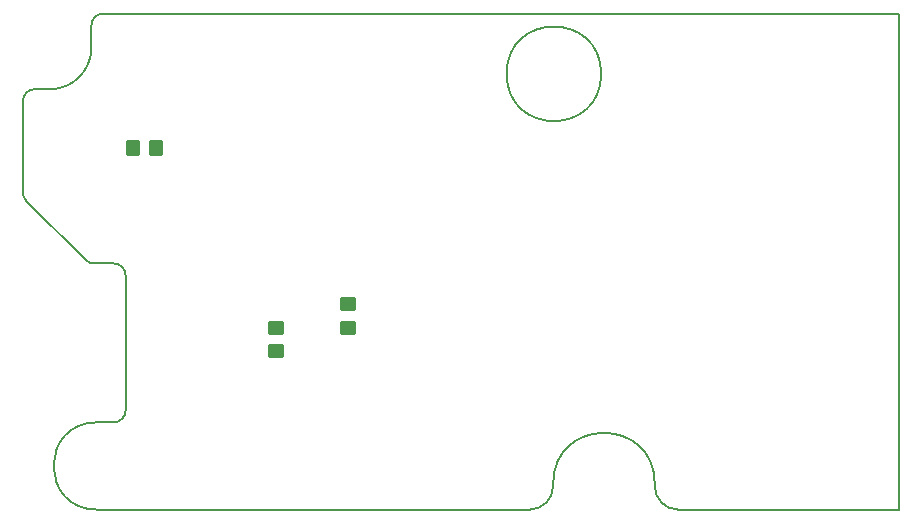
<source format=gbp>
%TF.GenerationSoftware,KiCad,Pcbnew,9.0.1*%
%TF.CreationDate,2025-09-30T23:18:24-04:00*%
%TF.ProjectId,cablight-project,6361626c-6967-4687-942d-70726f6a6563,rev?*%
%TF.SameCoordinates,Original*%
%TF.FileFunction,Paste,Bot*%
%TF.FilePolarity,Positive*%
%FSLAX46Y46*%
G04 Gerber Fmt 4.6, Leading zero omitted, Abs format (unit mm)*
G04 Created by KiCad (PCBNEW 9.0.1) date 2025-09-30 23:18:24*
%MOMM*%
%LPD*%
G01*
G04 APERTURE LIST*
G04 Aperture macros list*
%AMRoundRect*
0 Rectangle with rounded corners*
0 $1 Rounding radius*
0 $2 $3 $4 $5 $6 $7 $8 $9 X,Y pos of 4 corners*
0 Add a 4 corners polygon primitive as box body*
4,1,4,$2,$3,$4,$5,$6,$7,$8,$9,$2,$3,0*
0 Add four circle primitives for the rounded corners*
1,1,$1+$1,$2,$3*
1,1,$1+$1,$4,$5*
1,1,$1+$1,$6,$7*
1,1,$1+$1,$8,$9*
0 Add four rect primitives between the rounded corners*
20,1,$1+$1,$2,$3,$4,$5,0*
20,1,$1+$1,$4,$5,$6,$7,0*
20,1,$1+$1,$6,$7,$8,$9,0*
20,1,$1+$1,$8,$9,$2,$3,0*%
G04 Aperture macros list end*
%ADD10RoundRect,0.250000X0.450000X-0.350000X0.450000X0.350000X-0.450000X0.350000X-0.450000X-0.350000X0*%
%ADD11RoundRect,0.250000X-0.450000X0.350000X-0.450000X-0.350000X0.450000X-0.350000X0.450000X0.350000X0*%
%ADD12RoundRect,0.250000X0.350000X0.450000X-0.350000X0.450000X-0.350000X-0.450000X0.350000X-0.450000X0*%
%TA.AperFunction,Profile*%
%ADD13C,0.150000*%
%TD*%
G04 APERTURE END LIST*
D10*
%TO.C,R4*%
X-46700000Y-26600000D03*
X-46700000Y-24600000D03*
%TD*%
D11*
%TO.C,R5*%
X-52800000Y-26600000D03*
X-52800000Y-28600000D03*
%TD*%
D12*
%TO.C,R1*%
X-62900000Y-11400000D03*
X-64900000Y-11400000D03*
%TD*%
D13*
X-73907107Y-15835883D02*
G75*
G02*
X-74200000Y-15128776I707101J707104D01*
G01*
X-68171669Y-21157107D02*
G75*
G02*
X-68878776Y-20864214I-3J999994D01*
G01*
X-68878776Y-20864214D02*
X-73907107Y-15835883D01*
X-73200001Y-6400000D02*
X-71899999Y-6400000D01*
X-65500000Y-22157107D02*
X-65500000Y-33600000D01*
X-67900000Y-42000000D02*
G75*
G02*
X-67900000Y-34600000I0J3700000D01*
G01*
X-66500000Y-21157107D02*
G75*
G02*
X-65500000Y-22157107I1J-999999D01*
G01*
X-18700000Y-42000000D02*
X0Y-42000000D01*
X-74200000Y-7400000D02*
G75*
G02*
X-73200000Y-6400000I999999J1D01*
G01*
X-68400000Y-2900000D02*
G75*
G02*
X-71900000Y-6400000I-3499999J-1D01*
G01*
X-29300000Y-39800000D02*
X-29300000Y-40000000D01*
X0Y0D02*
X0Y-42000000D01*
X-29300000Y-39800000D02*
G75*
G02*
X-20700000Y-39800000I4300000J0D01*
G01*
X-18700000Y-42000000D02*
G75*
G02*
X-20700000Y-40000000I-1J1999999D01*
G01*
X-67100000Y-34600000D02*
X-67900000Y-34600000D01*
X-25234389Y-5100000D02*
G75*
G02*
X-33241611Y-5100000I-4003611J0D01*
G01*
X-33241611Y-5100000D02*
G75*
G02*
X-25234389Y-5100000I4003611J0D01*
G01*
X-68400000Y-1000000D02*
X-68400000Y-2900000D01*
X-74200000Y-7400000D02*
X-74200000Y-15128776D01*
X0Y0D02*
X-67400000Y0D01*
X-66499999Y-34600000D02*
X-67100000Y-34600000D01*
X-29300000Y-40000000D02*
G75*
G02*
X-31300000Y-42000000I-1999999J-1D01*
G01*
X-68171669Y-21157107D02*
X-66499999Y-21157107D01*
X-65500000Y-33600000D02*
G75*
G02*
X-66500000Y-34600000I-999999J-1D01*
G01*
X-31300000Y-42000000D02*
X-67900000Y-42000000D01*
X-20700000Y-40000000D02*
X-20700000Y-39800000D01*
X-68400000Y-1000000D02*
G75*
G02*
X-67400000Y0I999999J1D01*
G01*
M02*

</source>
